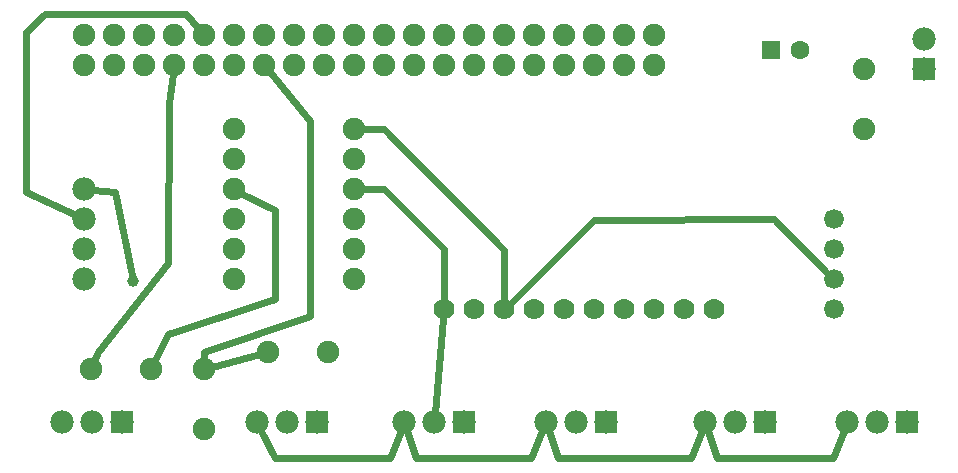
<source format=gtl>
G04 MADE WITH FRITZING*
G04 WWW.FRITZING.ORG*
G04 DOUBLE SIDED*
G04 HOLES PLATED*
G04 CONTOUR ON CENTER OF CONTOUR VECTOR*
%ASAXBY*%
%FSLAX23Y23*%
%MOIN*%
%OFA0B0*%
%SFA1.0B1.0*%
%ADD10C,0.078000*%
%ADD11C,0.062992*%
%ADD12C,0.066111*%
%ADD13C,0.074803*%
%ADD14C,0.070000*%
%ADD15C,0.075361*%
%ADD16C,0.075000*%
%ADD17C,0.039370*%
%ADD18R,0.078000X0.078000*%
%ADD19R,0.062992X0.062992*%
%ADD20C,0.024000*%
%LNCOPPER1*%
G90*
G70*
G54D10*
X418Y297D03*
X318Y297D03*
X218Y297D03*
X1067Y297D03*
X967Y297D03*
X867Y297D03*
X1558Y297D03*
X1458Y297D03*
X1358Y297D03*
X2030Y297D03*
X1930Y297D03*
X1830Y297D03*
X2562Y297D03*
X2462Y297D03*
X2362Y297D03*
X3034Y297D03*
X2934Y297D03*
X2834Y297D03*
G54D11*
X2580Y1537D03*
X2678Y1537D03*
G54D12*
X2791Y674D03*
X2791Y774D03*
X2791Y974D03*
X2791Y874D03*
G54D10*
X3091Y1474D03*
X3091Y1574D03*
G54D13*
X790Y1274D03*
X791Y774D03*
X791Y874D03*
X791Y974D03*
X791Y1074D03*
X791Y1174D03*
X1191Y1274D03*
X1191Y774D03*
X1191Y874D03*
X1191Y974D03*
X1191Y1074D03*
X1191Y1174D03*
G54D14*
X2391Y674D03*
X2291Y674D03*
X2191Y674D03*
X2091Y674D03*
X1991Y674D03*
X1891Y674D03*
X1791Y674D03*
X1691Y674D03*
X1591Y674D03*
X1491Y674D03*
G54D15*
X291Y1489D03*
X391Y1489D03*
X491Y1489D03*
X591Y1489D03*
X691Y1489D03*
X791Y1489D03*
X891Y1489D03*
X991Y1489D03*
X1091Y1489D03*
X1191Y1489D03*
X1291Y1489D03*
X1391Y1489D03*
X1491Y1489D03*
X1591Y1489D03*
X1691Y1489D03*
X1791Y1489D03*
X1891Y1489D03*
X1991Y1489D03*
X2091Y1489D03*
X2191Y1489D03*
X2191Y1589D03*
X2091Y1589D03*
X1991Y1589D03*
X1891Y1589D03*
X1791Y1589D03*
X1691Y1589D03*
X1591Y1589D03*
X1491Y1589D03*
X1391Y1589D03*
X1291Y1589D03*
X1191Y1589D03*
X1091Y1589D03*
X991Y1589D03*
X891Y1589D03*
X791Y1589D03*
X691Y1589D03*
X591Y1589D03*
X491Y1589D03*
X391Y1589D03*
X291Y1589D03*
G54D10*
X291Y1074D03*
X291Y974D03*
X291Y874D03*
X291Y774D03*
G54D16*
X690Y274D03*
X690Y474D03*
X903Y533D03*
X1103Y533D03*
X2891Y1274D03*
X2891Y1474D03*
X313Y474D03*
X513Y474D03*
G54D17*
X454Y770D03*
G54D18*
X418Y297D03*
X1067Y297D03*
X1558Y297D03*
X2030Y297D03*
X2562Y297D03*
X3034Y297D03*
G54D19*
X2580Y1537D03*
G54D18*
X3091Y1474D03*
G54D20*
X2315Y179D02*
X1872Y178D01*
D02*
X2351Y269D02*
X2315Y179D01*
D02*
X1872Y178D02*
X1840Y269D01*
D02*
X1310Y179D02*
X1346Y269D01*
D02*
X881Y270D02*
X926Y179D01*
D02*
X926Y179D02*
X1310Y179D01*
D02*
X1460Y327D02*
X1488Y643D01*
D02*
X1782Y179D02*
X1399Y178D01*
D02*
X1399Y178D02*
X1368Y269D01*
D02*
X1819Y269D02*
X1782Y179D01*
D02*
X2787Y179D02*
X2401Y178D01*
D02*
X2823Y269D02*
X2787Y179D01*
D02*
X2401Y178D02*
X2371Y269D01*
D02*
X2592Y974D02*
X2771Y793D01*
D02*
X1992Y973D02*
X2592Y974D01*
D02*
X1713Y695D02*
X1992Y973D01*
D02*
X718Y482D02*
X876Y526D01*
D02*
X1291Y1275D02*
X1692Y873D01*
D02*
X1221Y1274D02*
X1291Y1275D01*
D02*
X1222Y1074D02*
X1292Y1075D01*
D02*
X586Y1458D02*
X573Y1361D01*
D02*
X573Y1361D02*
X571Y829D01*
D02*
X336Y533D02*
X323Y501D01*
D02*
X571Y829D02*
X336Y533D01*
D02*
X630Y1657D02*
X670Y1613D01*
D02*
X160Y1657D02*
X630Y1657D01*
D02*
X99Y1597D02*
X160Y1657D01*
D02*
X99Y1066D02*
X99Y1597D01*
D02*
X264Y987D02*
X99Y1066D01*
D02*
X691Y533D02*
X690Y503D01*
D02*
X1044Y652D02*
X691Y533D01*
D02*
X1044Y1301D02*
X1044Y652D01*
D02*
X911Y1465D02*
X1044Y1301D01*
D02*
X818Y1060D02*
X927Y1005D01*
D02*
X927Y1005D02*
X927Y710D01*
D02*
X571Y593D02*
X525Y500D01*
D02*
X927Y710D02*
X571Y593D01*
D02*
X1490Y874D02*
X1491Y704D01*
D02*
X1292Y1075D02*
X1490Y874D01*
D02*
X1692Y873D02*
X1691Y704D01*
D02*
X393Y1064D02*
X450Y788D01*
D02*
X321Y1071D02*
X393Y1064D01*
G04 End of Copper1*
M02*
</source>
